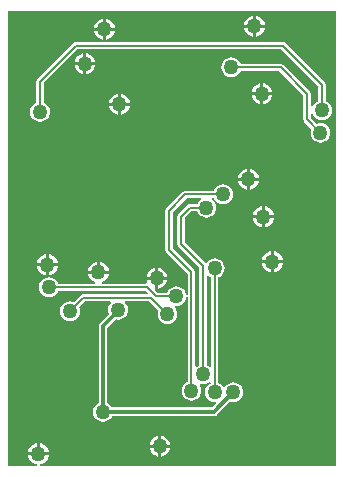
<source format=gbl>
G04 Layer_Physical_Order=2*
G04 Layer_Color=16711680*
%FSLAX43Y43*%
%MOMM*%
G71*
G01*
G75*
%ADD28C,0.200*%
%ADD29C,0.300*%
%ADD31C,1.270*%
G36*
X79552Y77095D02*
X54467D01*
X54459Y77222D01*
X54588Y77239D01*
X54804Y77328D01*
X54990Y77471D01*
X55133Y77657D01*
X55222Y77873D01*
X55236Y77978D01*
X53476D01*
X53490Y77873D01*
X53579Y77657D01*
X53722Y77471D01*
X53908Y77328D01*
X54124Y77239D01*
X54253Y77222D01*
X54245Y77095D01*
X51792D01*
Y115594D01*
X79552D01*
Y77095D01*
D02*
G37*
%LPC*%
G36*
X54991Y94987D02*
X54886Y94973D01*
X54670Y94884D01*
X54484Y94741D01*
X54341Y94555D01*
X54252Y94339D01*
X54238Y94234D01*
X54991D01*
Y94987D01*
D02*
G37*
G36*
X55245D02*
Y94234D01*
X55998D01*
X55984Y94339D01*
X55895Y94555D01*
X55752Y94741D01*
X55566Y94884D01*
X55350Y94973D01*
X55245Y94987D01*
D02*
G37*
G36*
X74041Y95241D02*
X73936Y95227D01*
X73720Y95138D01*
X73534Y94995D01*
X73391Y94809D01*
X73302Y94593D01*
X73288Y94488D01*
X74041D01*
Y95241D01*
D02*
G37*
G36*
X75048Y94234D02*
X74295D01*
Y93481D01*
X74400Y93495D01*
X74616Y93584D01*
X74802Y93727D01*
X74945Y93913D01*
X75034Y94129D01*
X75048Y94234D01*
D02*
G37*
G36*
X59309Y94352D02*
X59204Y94338D01*
X58988Y94249D01*
X58802Y94106D01*
X58659Y93920D01*
X58570Y93704D01*
X58556Y93599D01*
X59309D01*
Y94352D01*
D02*
G37*
G36*
X59563D02*
Y93599D01*
X60316D01*
X60302Y93704D01*
X60213Y93920D01*
X60070Y94106D01*
X59884Y94249D01*
X59668Y94338D01*
X59563Y94352D01*
D02*
G37*
G36*
X73279Y99051D02*
X73174Y99037D01*
X72958Y98948D01*
X72772Y98805D01*
X72629Y98619D01*
X72540Y98403D01*
X72526Y98298D01*
X73279D01*
Y99051D01*
D02*
G37*
G36*
X73533D02*
Y98298D01*
X74286D01*
X74272Y98403D01*
X74183Y98619D01*
X74040Y98805D01*
X73854Y98948D01*
X73638Y99037D01*
X73533Y99051D01*
D02*
G37*
G36*
X69977Y100918D02*
X69759Y100890D01*
X69556Y100805D01*
X69381Y100672D01*
X69248Y100497D01*
X69200Y100382D01*
X66802D01*
X66685Y100359D01*
X66586Y100292D01*
X66586Y100292D01*
X65189Y98895D01*
X65122Y98796D01*
X65099Y98679D01*
X65099Y98679D01*
Y95377D01*
X65099Y95377D01*
X65122Y95260D01*
X65189Y95161D01*
X67004Y93345D01*
Y91520D01*
X67000Y91515D01*
X66911Y91521D01*
X66870Y91536D01*
X66854Y91658D01*
X66769Y91861D01*
X66636Y92036D01*
X66461Y92169D01*
X66258Y92254D01*
X66040Y92282D01*
X65822Y92254D01*
X65619Y92169D01*
X65444Y92036D01*
X65311Y91861D01*
X65263Y91746D01*
X64446D01*
X64232Y91960D01*
X64262Y92020D01*
Y92837D01*
X63509D01*
X63523Y92732D01*
X63564Y92632D01*
X63478Y92508D01*
X59763D01*
X59738Y92635D01*
X59884Y92695D01*
X60070Y92838D01*
X60213Y93024D01*
X60302Y93240D01*
X60316Y93345D01*
X58556D01*
X58570Y93240D01*
X58659Y93024D01*
X58802Y92838D01*
X58988Y92695D01*
X59134Y92635D01*
X59109Y92508D01*
X56022D01*
X55974Y92623D01*
X55841Y92798D01*
X55666Y92931D01*
X55463Y93016D01*
X55245Y93044D01*
X55027Y93016D01*
X54824Y92931D01*
X54649Y92798D01*
X54516Y92623D01*
X54431Y92420D01*
X54403Y92202D01*
X54431Y91984D01*
X54516Y91781D01*
X54649Y91606D01*
X54824Y91473D01*
X55027Y91388D01*
X55245Y91360D01*
X55463Y91388D01*
X55666Y91473D01*
X55841Y91606D01*
X55974Y91781D01*
X56022Y91896D01*
X63431D01*
X63591Y91736D01*
X63542Y91619D01*
X58166D01*
X58049Y91596D01*
X57950Y91529D01*
X57356Y90936D01*
X57241Y90984D01*
X57023Y91012D01*
X56805Y90984D01*
X56602Y90899D01*
X56427Y90766D01*
X56294Y90591D01*
X56209Y90388D01*
X56181Y90170D01*
X56209Y89952D01*
X56294Y89749D01*
X56427Y89574D01*
X56602Y89441D01*
X56805Y89356D01*
X57023Y89328D01*
X57241Y89356D01*
X57444Y89441D01*
X57619Y89574D01*
X57752Y89749D01*
X57837Y89952D01*
X57865Y90170D01*
X57837Y90388D01*
X57789Y90503D01*
X58293Y91007D01*
X60453D01*
X60460Y90986D01*
X60482Y90880D01*
X60358Y90718D01*
X60273Y90515D01*
X60245Y90297D01*
X60273Y90079D01*
X60337Y89925D01*
X59565Y89152D01*
X59487Y89037D01*
X59460Y88900D01*
Y82417D01*
X59396Y82390D01*
X59221Y82257D01*
X59088Y82082D01*
X59003Y81879D01*
X58975Y81661D01*
X59003Y81443D01*
X59088Y81240D01*
X59221Y81065D01*
X59396Y80932D01*
X59599Y80847D01*
X59817Y80819D01*
X60035Y80847D01*
X60238Y80932D01*
X60413Y81065D01*
X60546Y81240D01*
X60573Y81304D01*
X69215D01*
X69352Y81331D01*
X69467Y81409D01*
X70584Y82525D01*
X70648Y82498D01*
X70866Y82470D01*
X71084Y82498D01*
X71287Y82583D01*
X71462Y82716D01*
X71595Y82891D01*
X71680Y83094D01*
X71708Y83312D01*
X71680Y83530D01*
X71595Y83733D01*
X71462Y83908D01*
X71287Y84041D01*
X71084Y84126D01*
X70866Y84154D01*
X70648Y84126D01*
X70445Y84041D01*
X70270Y83908D01*
X70150Y83751D01*
X70078Y83741D01*
X70007Y83751D01*
X69887Y83908D01*
X69712Y84041D01*
X69597Y84089D01*
Y93025D01*
X69712Y93073D01*
X69887Y93206D01*
X70020Y93381D01*
X70105Y93584D01*
X70133Y93802D01*
X70105Y94020D01*
X70020Y94223D01*
X69887Y94398D01*
X69712Y94531D01*
X69509Y94616D01*
X69291Y94644D01*
X69073Y94616D01*
X68870Y94531D01*
X68695Y94398D01*
X68617Y94295D01*
X68603Y94287D01*
X68456Y94283D01*
X68456Y94283D01*
X66727Y96012D01*
Y98044D01*
X67310Y98627D01*
X67803D01*
X67851Y98512D01*
X67984Y98337D01*
X68159Y98204D01*
X68362Y98119D01*
X68580Y98091D01*
X68798Y98119D01*
X69001Y98204D01*
X69176Y98337D01*
X69309Y98512D01*
X69394Y98715D01*
X69422Y98933D01*
X69394Y99151D01*
X69309Y99354D01*
X69176Y99529D01*
X69026Y99643D01*
X69048Y99749D01*
X69059Y99770D01*
X69200D01*
X69248Y99655D01*
X69381Y99480D01*
X69556Y99347D01*
X69759Y99262D01*
X69977Y99234D01*
X70195Y99262D01*
X70398Y99347D01*
X70573Y99480D01*
X70706Y99655D01*
X70791Y99858D01*
X70819Y100076D01*
X70791Y100294D01*
X70706Y100497D01*
X70573Y100672D01*
X70398Y100805D01*
X70195Y100890D01*
X69977Y100918D01*
D02*
G37*
G36*
X74295Y95241D02*
Y94488D01*
X75048D01*
X75034Y94593D01*
X74945Y94809D01*
X74802Y94995D01*
X74616Y95138D01*
X74400Y95227D01*
X74295Y95241D01*
D02*
G37*
G36*
X73279Y98044D02*
X72526D01*
X72540Y97939D01*
X72629Y97723D01*
X72772Y97537D01*
X72958Y97394D01*
X73174Y97305D01*
X73279Y97291D01*
Y98044D01*
D02*
G37*
G36*
X74286D02*
X73533D01*
Y97291D01*
X73638Y97305D01*
X73854Y97394D01*
X74040Y97537D01*
X74183Y97723D01*
X74272Y97939D01*
X74286Y98044D01*
D02*
G37*
G36*
X54483Y78985D02*
Y78232D01*
X55236D01*
X55222Y78337D01*
X55133Y78553D01*
X54990Y78739D01*
X54804Y78882D01*
X54588Y78971D01*
X54483Y78985D01*
D02*
G37*
G36*
X64516Y79620D02*
X64411Y79606D01*
X64195Y79517D01*
X64009Y79374D01*
X63866Y79188D01*
X63777Y78972D01*
X63763Y78867D01*
X64516D01*
Y79620D01*
D02*
G37*
G36*
X64770D02*
Y78867D01*
X65523D01*
X65509Y78972D01*
X65420Y79188D01*
X65277Y79374D01*
X65091Y79517D01*
X64875Y79606D01*
X64770Y79620D01*
D02*
G37*
G36*
X64516Y78613D02*
X63763D01*
X63777Y78508D01*
X63866Y78292D01*
X64009Y78106D01*
X64195Y77963D01*
X64411Y77874D01*
X64516Y77860D01*
Y78613D01*
D02*
G37*
G36*
X65523D02*
X64770D01*
Y77860D01*
X64875Y77874D01*
X65091Y77963D01*
X65277Y78106D01*
X65420Y78292D01*
X65509Y78508D01*
X65523Y78613D01*
D02*
G37*
G36*
X54229Y78985D02*
X54124Y78971D01*
X53908Y78882D01*
X53722Y78739D01*
X53579Y78553D01*
X53490Y78337D01*
X53476Y78232D01*
X54229D01*
Y78985D01*
D02*
G37*
G36*
X54991Y93980D02*
X54238D01*
X54252Y93875D01*
X54341Y93659D01*
X54484Y93473D01*
X54670Y93330D01*
X54886Y93241D01*
X54991Y93227D01*
Y93980D01*
D02*
G37*
G36*
X55998D02*
X55245D01*
Y93227D01*
X55350Y93241D01*
X55566Y93330D01*
X55752Y93473D01*
X55895Y93659D01*
X55984Y93875D01*
X55998Y93980D01*
D02*
G37*
G36*
X74041Y94234D02*
X73288D01*
X73302Y94129D01*
X73391Y93913D01*
X73534Y93727D01*
X73720Y93584D01*
X73936Y93495D01*
X74041Y93481D01*
Y94234D01*
D02*
G37*
G36*
X65269Y92837D02*
X64516D01*
Y92084D01*
X64621Y92098D01*
X64837Y92187D01*
X65023Y92330D01*
X65166Y92516D01*
X65255Y92732D01*
X65269Y92837D01*
D02*
G37*
G36*
X64262Y93844D02*
X64157Y93830D01*
X63941Y93741D01*
X63755Y93598D01*
X63612Y93412D01*
X63523Y93196D01*
X63509Y93091D01*
X64262D01*
Y93844D01*
D02*
G37*
G36*
X64516D02*
Y93091D01*
X65269D01*
X65255Y93196D01*
X65166Y93412D01*
X65023Y93598D01*
X64837Y93741D01*
X64621Y93830D01*
X64516Y93844D01*
D02*
G37*
G36*
X58420Y112005D02*
Y111252D01*
X59173D01*
X59159Y111357D01*
X59070Y111573D01*
X58927Y111759D01*
X58741Y111902D01*
X58525Y111991D01*
X58420Y112005D01*
D02*
G37*
G36*
X59817Y113919D02*
X59064D01*
X59078Y113814D01*
X59167Y113598D01*
X59310Y113412D01*
X59496Y113269D01*
X59712Y113180D01*
X59817Y113166D01*
Y113919D01*
D02*
G37*
G36*
X60824D02*
X60071D01*
Y113166D01*
X60176Y113180D01*
X60392Y113269D01*
X60578Y113412D01*
X60721Y113598D01*
X60810Y113814D01*
X60824Y113919D01*
D02*
G37*
G36*
X58166Y110998D02*
X57413D01*
X57427Y110893D01*
X57516Y110677D01*
X57659Y110491D01*
X57845Y110348D01*
X58061Y110259D01*
X58166Y110245D01*
Y110998D01*
D02*
G37*
G36*
X59173D02*
X58420D01*
Y110245D01*
X58525Y110259D01*
X58741Y110348D01*
X58927Y110491D01*
X59070Y110677D01*
X59159Y110893D01*
X59173Y110998D01*
D02*
G37*
G36*
X58166Y112005D02*
X58061Y111991D01*
X57845Y111902D01*
X57659Y111759D01*
X57516Y111573D01*
X57427Y111357D01*
X57413Y111252D01*
X58166D01*
Y112005D01*
D02*
G37*
G36*
X60071Y114926D02*
Y114173D01*
X60824D01*
X60810Y114278D01*
X60721Y114494D01*
X60578Y114680D01*
X60392Y114823D01*
X60176Y114912D01*
X60071Y114926D01*
D02*
G37*
G36*
X72517Y115180D02*
X72412Y115166D01*
X72196Y115077D01*
X72010Y114934D01*
X71867Y114748D01*
X71778Y114532D01*
X71764Y114427D01*
X72517D01*
Y115180D01*
D02*
G37*
G36*
X72771D02*
Y114427D01*
X73524D01*
X73510Y114532D01*
X73421Y114748D01*
X73278Y114934D01*
X73092Y115077D01*
X72876Y115166D01*
X72771Y115180D01*
D02*
G37*
G36*
X72517Y114173D02*
X71764D01*
X71778Y114068D01*
X71867Y113852D01*
X72010Y113666D01*
X72196Y113523D01*
X72412Y113434D01*
X72517Y113420D01*
Y114173D01*
D02*
G37*
G36*
X73524D02*
X72771D01*
Y113420D01*
X72876Y113434D01*
X73092Y113523D01*
X73278Y113666D01*
X73421Y113852D01*
X73510Y114068D01*
X73524Y114173D01*
D02*
G37*
G36*
X59817Y114926D02*
X59712Y114912D01*
X59496Y114823D01*
X59310Y114680D01*
X59167Y114494D01*
X59078Y114278D01*
X59064Y114173D01*
X59817D01*
Y114926D01*
D02*
G37*
G36*
X73406Y109465D02*
Y108712D01*
X74159D01*
X74145Y108817D01*
X74056Y109033D01*
X73913Y109219D01*
X73727Y109362D01*
X73511Y109451D01*
X73406Y109465D01*
D02*
G37*
G36*
X75057Y112955D02*
X75057Y112955D01*
X57531D01*
X57414Y112932D01*
X57315Y112865D01*
X57315Y112865D01*
X54267Y109817D01*
X54200Y109718D01*
X54177Y109601D01*
X54177Y109601D01*
Y107822D01*
X54062Y107774D01*
X53887Y107641D01*
X53754Y107466D01*
X53669Y107263D01*
X53641Y107045D01*
X53669Y106827D01*
X53754Y106624D01*
X53887Y106449D01*
X54062Y106316D01*
X54265Y106231D01*
X54483Y106203D01*
X54701Y106231D01*
X54904Y106316D01*
X55079Y106449D01*
X55212Y106624D01*
X55297Y106827D01*
X55325Y107045D01*
X55297Y107263D01*
X55212Y107466D01*
X55079Y107641D01*
X54904Y107774D01*
X54789Y107822D01*
Y109474D01*
X57658Y112343D01*
X74930D01*
X78053Y109220D01*
Y107965D01*
X77938Y107917D01*
X77763Y107784D01*
X77630Y107609D01*
X77545Y107406D01*
X77528Y107271D01*
X77522Y107227D01*
X77395Y107235D01*
Y108585D01*
X77372Y108702D01*
X77305Y108801D01*
X77305Y108801D01*
X75071Y111035D01*
X74972Y111102D01*
X74855Y111125D01*
X74855Y111125D01*
X71464D01*
X71416Y111240D01*
X71283Y111415D01*
X71108Y111548D01*
X70905Y111633D01*
X70687Y111661D01*
X70469Y111633D01*
X70266Y111548D01*
X70091Y111415D01*
X69958Y111240D01*
X69873Y111037D01*
X69845Y110819D01*
X69873Y110601D01*
X69958Y110398D01*
X70091Y110223D01*
X70266Y110090D01*
X70469Y110005D01*
X70687Y109977D01*
X70905Y110005D01*
X71108Y110090D01*
X71283Y110223D01*
X71416Y110398D01*
X71464Y110513D01*
X74728D01*
X76783Y108458D01*
Y106426D01*
X76783Y106426D01*
X76806Y106309D01*
X76873Y106210D01*
X77466Y105616D01*
X77418Y105501D01*
X77390Y105283D01*
X77418Y105065D01*
X77503Y104862D01*
X77636Y104687D01*
X77811Y104554D01*
X78014Y104469D01*
X78232Y104441D01*
X78450Y104469D01*
X78653Y104554D01*
X78828Y104687D01*
X78961Y104862D01*
X79046Y105065D01*
X79074Y105283D01*
X79046Y105501D01*
X78961Y105704D01*
X78828Y105879D01*
X78653Y106012D01*
X78450Y106097D01*
X78232Y106125D01*
X78014Y106097D01*
X77899Y106049D01*
X77395Y106553D01*
Y107141D01*
X77522Y107149D01*
X77528Y107105D01*
X77545Y106970D01*
X77630Y106767D01*
X77763Y106592D01*
X77938Y106459D01*
X78141Y106374D01*
X78359Y106346D01*
X78577Y106374D01*
X78780Y106459D01*
X78955Y106592D01*
X79088Y106767D01*
X79173Y106970D01*
X79201Y107188D01*
X79173Y107406D01*
X79088Y107609D01*
X78955Y107784D01*
X78780Y107917D01*
X78665Y107965D01*
Y109347D01*
X78665Y109347D01*
X78642Y109464D01*
X78575Y109563D01*
X78575Y109563D01*
X75273Y112865D01*
X75174Y112932D01*
X75057Y112955D01*
D02*
G37*
G36*
X72009Y102226D02*
X71904Y102212D01*
X71688Y102123D01*
X71502Y101980D01*
X71359Y101794D01*
X71270Y101578D01*
X71256Y101473D01*
X72009D01*
Y102226D01*
D02*
G37*
G36*
X73016Y101219D02*
X72263D01*
Y100466D01*
X72368Y100480D01*
X72584Y100569D01*
X72770Y100712D01*
X72913Y100898D01*
X73002Y101114D01*
X73016Y101219D01*
D02*
G37*
G36*
X72263Y102226D02*
Y101473D01*
X73016D01*
X73002Y101578D01*
X72913Y101794D01*
X72770Y101980D01*
X72584Y102123D01*
X72368Y102212D01*
X72263Y102226D01*
D02*
G37*
G36*
X61087Y107569D02*
X60334D01*
X60348Y107464D01*
X60437Y107248D01*
X60580Y107062D01*
X60766Y106919D01*
X60982Y106830D01*
X61087Y106816D01*
Y107569D01*
D02*
G37*
G36*
X62094D02*
X61341D01*
Y106816D01*
X61446Y106830D01*
X61662Y106919D01*
X61848Y107062D01*
X61991Y107248D01*
X62080Y107464D01*
X62094Y107569D01*
D02*
G37*
G36*
X61087Y108576D02*
X60982Y108562D01*
X60766Y108473D01*
X60580Y108330D01*
X60437Y108144D01*
X60348Y107928D01*
X60334Y107823D01*
X61087D01*
Y108576D01*
D02*
G37*
G36*
X61341D02*
Y107823D01*
X62094D01*
X62080Y107928D01*
X61991Y108144D01*
X61848Y108330D01*
X61662Y108473D01*
X61446Y108562D01*
X61341Y108576D01*
D02*
G37*
G36*
X73152Y109465D02*
X73047Y109451D01*
X72831Y109362D01*
X72645Y109219D01*
X72502Y109033D01*
X72413Y108817D01*
X72399Y108712D01*
X73152D01*
Y109465D01*
D02*
G37*
G36*
X72009Y101219D02*
X71256D01*
X71270Y101114D01*
X71359Y100898D01*
X71502Y100712D01*
X71688Y100569D01*
X71904Y100480D01*
X72009Y100466D01*
Y101219D01*
D02*
G37*
G36*
X73152Y108458D02*
X72399D01*
X72413Y108353D01*
X72502Y108137D01*
X72645Y107951D01*
X72831Y107808D01*
X73047Y107719D01*
X73152Y107705D01*
Y108458D01*
D02*
G37*
G36*
X74159D02*
X73406D01*
Y107705D01*
X73511Y107719D01*
X73727Y107808D01*
X73913Y107951D01*
X74056Y108137D01*
X74145Y108353D01*
X74159Y108458D01*
D02*
G37*
%LPD*%
G36*
X67004Y91360D02*
Y84216D01*
X66889Y84168D01*
X66714Y84035D01*
X66581Y83860D01*
X66496Y83657D01*
X66468Y83439D01*
X66496Y83221D01*
X66581Y83018D01*
X66714Y82843D01*
X66889Y82710D01*
X67092Y82625D01*
X67310Y82597D01*
X67528Y82625D01*
X67731Y82710D01*
X67906Y82843D01*
X68039Y83018D01*
X68124Y83221D01*
X68152Y83439D01*
X68124Y83657D01*
X68039Y83860D01*
X67996Y83917D01*
X68070Y84018D01*
X68075Y84022D01*
X68291Y83994D01*
X68509Y84022D01*
X68712Y84107D01*
X68792Y84168D01*
X68921Y84107D01*
X68923Y84063D01*
X68870Y84041D01*
X68695Y83908D01*
X68562Y83733D01*
X68477Y83530D01*
X68449Y83312D01*
X68477Y83094D01*
X68562Y82891D01*
X68695Y82716D01*
X68870Y82583D01*
X69073Y82498D01*
X69291Y82470D01*
X69347Y82477D01*
X69406Y82357D01*
X69067Y82018D01*
X60573D01*
X60546Y82082D01*
X60413Y82257D01*
X60238Y82390D01*
X60174Y82417D01*
Y88752D01*
X60901Y89479D01*
X61087Y89455D01*
X61305Y89483D01*
X61508Y89568D01*
X61683Y89701D01*
X61816Y89876D01*
X61901Y90079D01*
X61929Y90297D01*
X61901Y90515D01*
X61816Y90718D01*
X61692Y90880D01*
X61714Y90986D01*
X61721Y91007D01*
X63754D01*
X64512Y90249D01*
X64464Y90134D01*
X64436Y89916D01*
X64464Y89698D01*
X64549Y89495D01*
X64682Y89320D01*
X64857Y89187D01*
X65060Y89102D01*
X65278Y89074D01*
X65496Y89102D01*
X65699Y89187D01*
X65874Y89320D01*
X66007Y89495D01*
X66092Y89698D01*
X66120Y89916D01*
X66092Y90134D01*
X66007Y90337D01*
X65891Y90489D01*
X65919Y90568D01*
X65953Y90609D01*
X66040Y90598D01*
X66258Y90626D01*
X66461Y90711D01*
X66636Y90844D01*
X66769Y91019D01*
X66854Y91222D01*
X66870Y91344D01*
X66911Y91359D01*
X67000Y91365D01*
X67004Y91360D01*
D02*
G37*
G36*
X68112Y99749D02*
X68134Y99643D01*
X67984Y99529D01*
X67851Y99354D01*
X67803Y99239D01*
X67183D01*
X67066Y99216D01*
X66967Y99149D01*
X66205Y98387D01*
X66138Y98288D01*
X66115Y98171D01*
X66115Y98171D01*
Y95885D01*
X66115Y95885D01*
X66138Y95768D01*
X66205Y95669D01*
X67985Y93888D01*
Y85613D01*
X67870Y85565D01*
X67743Y85468D01*
X67616Y85528D01*
Y93472D01*
X67593Y93589D01*
X67526Y93688D01*
X65711Y95504D01*
Y98552D01*
X66929Y99770D01*
X68101D01*
X68112Y99749D01*
D02*
G37*
G36*
X68870Y93073D02*
X68985Y93025D01*
Y85495D01*
X68858Y85453D01*
X68712Y85565D01*
X68597Y85613D01*
Y93143D01*
X68724Y93185D01*
X68870Y93073D01*
D02*
G37*
D28*
X65405Y95377D02*
Y98679D01*
X66421Y95885D02*
Y98171D01*
X67183Y98933D01*
X68580D01*
X68707D01*
X66802Y100076D02*
X69977D01*
X65405Y98679D02*
X66802Y100076D01*
X78216Y107045D02*
X78359Y107188D01*
X54483Y107045D02*
Y109601D01*
X57531Y112649D01*
X75057D01*
X78359Y109347D01*
Y107188D02*
Y109347D01*
X70687Y110819D02*
X74855D01*
X77089Y108585D01*
Y106426D02*
Y108585D01*
Y106426D02*
X78232Y105283D01*
X66421Y95885D02*
X68291Y94015D01*
X67310Y83439D02*
Y93472D01*
X65405Y95377D02*
X67310Y93472D01*
X69291Y83312D02*
Y93802D01*
X68291Y84836D02*
Y94015D01*
X63881Y91313D02*
X65278Y89916D01*
X64320Y91440D02*
X66040D01*
X57023Y90170D02*
X58166Y91313D01*
X63881D01*
X63558Y92202D02*
X64320Y91440D01*
X55245Y92202D02*
X63558D01*
D29*
X59817Y81661D02*
Y88900D01*
X61087Y90170D01*
Y90297D01*
X69215Y81661D02*
X70866Y83312D01*
X59817Y81661D02*
X69215D01*
D31*
X73406Y98171D02*
D03*
X74168Y94361D02*
D03*
X64643Y78740D02*
D03*
X55118Y94107D02*
D03*
X64389Y92964D02*
D03*
X59436Y93472D02*
D03*
X72136Y101346D02*
D03*
X73279Y108585D02*
D03*
X72644Y114300D02*
D03*
X61214Y107696D02*
D03*
X58293Y111125D02*
D03*
X59944Y114046D02*
D03*
X59817Y81661D02*
D03*
X70866Y83312D02*
D03*
X68580Y98933D02*
D03*
X61087Y90297D02*
D03*
X69977Y100076D02*
D03*
X54483Y107045D02*
D03*
X78359Y107188D02*
D03*
X78232Y105283D02*
D03*
X70687Y110819D02*
D03*
X69291Y93802D02*
D03*
X67310Y83439D02*
D03*
X69291Y83312D02*
D03*
X68291Y84836D02*
D03*
X66040Y91440D02*
D03*
X65278Y89916D02*
D03*
X54356Y78105D02*
D03*
X57023Y90170D02*
D03*
X55245Y92202D02*
D03*
M02*

</source>
